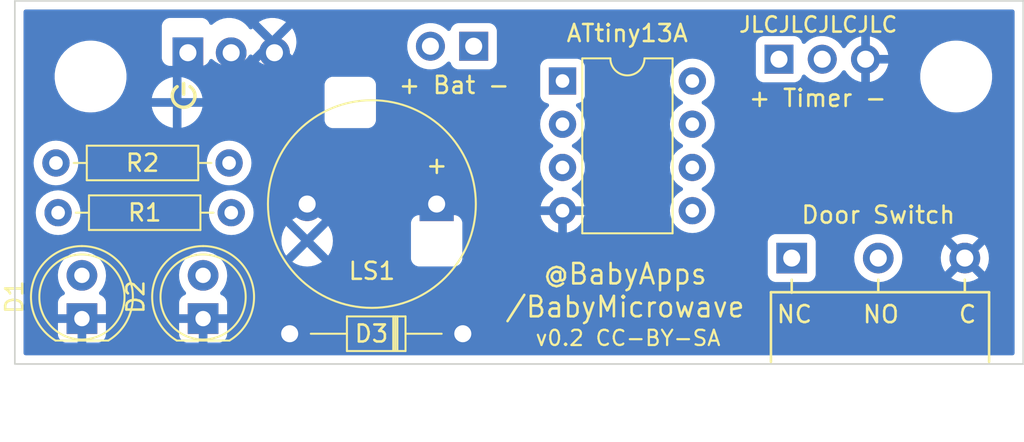
<source format=kicad_pcb>
(kicad_pcb (version 20211014) (generator pcbnew)
  (layers (0 "F.Cu" signal) (31 "B.Cu" signal) (34 "B.Paste" user) (35 "F.Paste" user) (36 "B.SilkS" user "B.Silkscreen") (37 "F.SilkS" user "F.Silkscreen") (38 "B.Mask" user) (39 "F.Mask" user) (44 "Edge.Cuts" user))
  (net 0 "")
  (net 1 "GND")
  (net 2 "Net-(D2-Pad2)")
  (net 3 "Net-(J1-Pad1)")
  (net 4 "Net-(R1-Pad1)")
  (net 6 "Net-(J2-Pad2)")
  (net 7 "Net-(SW2-Pad2)")
  (net 9 "Net-(D1-Pad2)")
  (net 11 "Net-(J1-Pad2)")
  (net 13 "Net-(D3-Pad1)")
  (footprint "MountingHole:MountingHole_3.2mm_M3" (layer "F.Cu") (at 158.496 45.212)
    (fp_text reference "REF**" hide)
    (fp_text value "MountingHole_3.2mm_M3" hide)
    (pad "" np_thru_hole circle (at 0 0) (size 3.2 3.2) (drill 3.2) (layers *.Cu *.Mask))
  )
  (footprint "LED_THT:LED_D5.0mm" (layer "F.Cu") (at 107.188 59.436 90)
    (fp_text reference "D1" (at 1.27 -3.96 90) (layer "F.SilkS"))
    (fp_text value "LED")
    (fp_line (start -1.29 -1.545) (end -1.29 1.545) (layer "F.SilkS") (width 0.12))
    (fp_arc (start -1.29 -1.54483) (mid 2.072002 -2.880433) (end 4.26 0.000462) (layer "F.SilkS") (width 0.12))
    (fp_arc (start 4.26 -0.000462) (mid 2.072002 2.880433) (end -1.29 1.54483) (layer "F.SilkS") (width 0.12))
    (fp_circle (center 1.27 0) (end 3.77 0) (layer "F.SilkS") (width 0.12) (fill none))
    (pad "1" thru_hole rect (at 0 0 90) (size 1.8 1.8) (drill 0.9) (layers *.Cu *.Mask) (net 1 "GND"))
    (pad "2" thru_hole circle (at 2.54 0 90) (size 1.8 1.8) (drill 0.9) (layers *.Cu *.Mask) (net 9 "Net-(D1-Pad2)"))
  )
  (footprint "BabyMicrowave:Micro Limit Switch SPDT Horizontal" (layer "F.Cu") (at 153.924 55.88)
    (fp_text reference "SW2" hide)
    (fp_text value "Door Switch")
    (fp_text user "NC" (at -4.9228 3.3052 unlocked) (layer "F.SilkS"))
    (fp_text user "C" (at 5.2372 3.3084 unlocked) (layer "F.SilkS"))
    (fp_text user "Door Switch" (at 0 -2.5368 180) (layer "F.SilkS"))
    (fp_text user "NO" (at 0.1572 3.3084 unlocked) (layer "F.SilkS"))
    (pad "1" thru_hole rect (at -5.08 0) (size 1.8 1.8) (drill 1) (layers *.Cu *.Mask))
    (pad "2" thru_hole circle (at 0 0) (size 1.8 1.8) (drill 1) (layers *.Cu *.Mask) (net 7 "Net-(SW2-Pad2)"))
    (pad "3" thru_hole circle (at 5.08 0) (size 1.8 1.8) (drill 1) (layers *.Cu *.Mask) (net 1 "GND"))
  )
  (footprint "MountingHole:MountingHole_3.2mm_M3" (layer "F.Cu") (at 107.696 45.212)
    (fp_text reference "REF**" hide)
    (fp_text value "MountingHole_3.2mm_M3" hide)
    (pad "" np_thru_hole circle (at 0 0) (size 3.2 3.2) (drill 3.2) (layers *.Cu *.Mask))
  )
  (footprint "Resistor_THT:R_Axial_DIN0207_L6.3mm_D2.5mm_P10.16mm_Horizontal" (layer "F.Cu") (at 115.951 53.213 180)
    (fp_text reference "R1" (at 5.08 0) (layer "F.SilkS"))
    (fp_text value "R")
    (fp_line (start 8.35 -1.016) (end 1.81 -1.016) (layer "F.SilkS") (width 0.12))
    (fp_line (start 8.35 1.016) (end 8.35 -1.016) (layer "F.SilkS") (width 0.12))
    (fp_line (start 1.81 1.016) (end 8.35 1.016) (layer "F.SilkS") (width 0.12))
    (fp_line (start 1.04 0) (end 1.81 0) (layer "F.SilkS") (width 0.12))
    (fp_line (start 9.12 0) (end 8.35 0) (layer "F.SilkS") (width 0.12))
    (fp_line (start 1.81 -1.016) (end 1.81 1.016) (layer "F.SilkS") (width 0.12))
    (pad "1" thru_hole circle (at 0 0 180) (size 1.6 1.6) (drill 0.8) (layers *.Cu *.Mask) (net 4 "Net-(R1-Pad1)"))
    (pad "2" thru_hole oval (at 10.16 0 180) (size 1.6 1.6) (drill 0.8) (layers *.Cu *.Mask) (net 9 "Net-(D1-Pad2)"))
  )
  (footprint "Connector_PinHeader_2.54mm:PinHeader_1x03_P2.54mm_Vertical" (layer "F.Cu") (at 148.097 44.196 90)
    (fp_text reference "J2")
    (fp_text value "Timer" hide)
    (pad "1" thru_hole rect (at 0 0 90) (size 1.7 1.7) (drill 1) (layers *.Cu *.Mask) (net 3 "Net-(J1-Pad1)"))
    (pad "2" thru_hole oval (at 0 2.54 90) (size 1.7 1.7) (drill 1) (layers *.Cu *.Mask) (net 6 "Net-(J2-Pad2)"))
    (pad "3" thru_hole oval (at 0 5.08 90) (size 1.7 1.7) (drill 1) (layers *.Cu *.Mask) (net 1 "GND"))
  )
  (footprint "Diode_THT:D_T-1_P10.16mm_Horizontal" (layer "F.Cu") (at 129.54 60.325 180)
    (fp_text reference "D3" (at 5.3594 0) (layer "F.SilkS"))
    (fp_text value "D")
    (fp_line (start 3.36 1.016) (end 6.8 1.016) (layer "F.SilkS") (width 0.12))
    (fp_line (start 3.84 -0.9906) (end 3.84 1.016) (layer "F.SilkS") (width 0.12))
    (fp_line (start 4.08 -0.9906) (end 4.08 1.016) (layer "F.SilkS") (width 0.12))
    (fp_line (start 8.92 0) (end 6.8 0) (layer "F.SilkS") (width 0.12))
    (fp_line (start 6.8 -1.016) (end 3.36 -1.016) (layer "F.SilkS") (width 0.12))
    (fp_line (start 1.24 0) (end 3.36 0) (layer "F.SilkS") (width 0.12))
    (fp_line (start 3.9624 -0.9906) (end 3.96 1.016) (layer "F.SilkS") (width 0.12))
    (fp_line (start 6.8 1.016) (end 6.8 -1.016) (layer "F.SilkS") (width 0.12))
    (fp_line (start 3.36 -1.016) (end 3.36 1.016) (layer "F.SilkS") (width 0.12))
    (pad "1" thru_hole rect (at 0 0 180) (size 2 2) (drill 1) (layers *.Cu *.Mask) (net 13 "Net-(D3-Pad1)"))
    (pad "2" thru_hole oval (at 10.16 0 180) (size 2 2) (drill 1) (layers *.Cu *.Mask) (net 1 "GND"))
  )
  (footprint "LED_THT:LED_D5.0mm" (layer "F.Cu") (at 114.3 59.436 90)
    (fp_text reference "D2" (at 1.27 -3.96 90) (layer "F.SilkS"))
    (fp_text value "LED")
    (fp_line (start -1.29 -1.545) (end -1.29 1.545) (layer "F.SilkS") (width 0.12))
    (fp_arc (start -1.29 -1.54483) (mid 2.072002 -2.880433) (end 4.26 0.000462) (layer "F.SilkS") (width 0.12))
    (fp_arc (start 4.26 -0.000462) (mid 2.072002 2.880433) (end -1.29 1.54483) (layer "F.SilkS") (width 0.12))
    (fp_circle (center 1.27 0) (end 3.77 0) (layer "F.SilkS") (width 0.12) (fill none))
    (pad "1" thru_hole rect (at 0 0 90) (size 1.8 1.8) (drill 0.9) (layers *.Cu *.Mask) (net 1 "GND"))
    (pad "2" thru_hole circle (at 2.54 0 90) (size 1.8 1.8) (drill 0.9) (layers *.Cu *.Mask) (net 2 "Net-(D2-Pad2)"))
  )
  (footprint "Buzzer_Beeper:Buzzer_12x9.5RM7.6" (layer "F.Cu") (at 128.006 52.705 180)
    (fp_text reference "LS1" (at 3.8 -3.937) (layer "F.SilkS"))
    (fp_text value "Speaker")
    (fp_text user "+" (at -0.01 2.286) (layer "F.SilkS"))
    (fp_circle (center 3.8 0) (end 9.9 0) (layer "F.SilkS") (width 0.12) (fill none))
    (pad "1" thru_hole rect (at 0 0 180) (size 2 2) (drill 1) (layers *.Cu *.Mask) (net 13 "Net-(D3-Pad1)"))
    (pad "2" thru_hole circle (at 7.6 0 180) (size 2 2) (drill 1) (layers *.Cu *.Mask) (net 1 "GND"))
  )
  (footprint "Connector_PinHeader_2.54mm:PinHeader_1x02_P2.54mm_Vertical" (layer "F.Cu") (at 130.18 43.434 -90)
    (fp_text reference "J1")
    (fp_text value "Power" hide)
    (pad "1" thru_hole rect (at 0 0 270) (size 1.7 1.7) (drill 1) (layers *.Cu *.Mask) (net 3 "Net-(J1-Pad1)"))
    (pad "2" thru_hole oval (at 0 2.54 270) (size 1.7 1.7) (drill 1) (layers *.Cu *.Mask) (net 11 "Net-(J1-Pad2)"))
  )
  (footprint "Resistor_THT:R_Axial_DIN0207_L6.3mm_D2.5mm_P10.16mm_Horizontal" (layer "F.Cu") (at 115.824 50.292 180)
    (fp_text reference "R2" (at 5.08 0) (layer "F.SilkS"))
    (fp_text value "R")
    (fp_line (start 8.35 1.016) (end 8.35 -1.016) (layer "F.SilkS") (width 0.12))
    (fp_line (start 8.35 -1.016) (end 1.81 -1.016) (layer "F.SilkS") (width 0.12))
    (fp_line (start 9.12 0) (end 8.35 0) (layer "F.SilkS") (width 0.12))
    (fp_line (start 1.81 1.016) (end 8.35 1.016) (layer "F.SilkS") (width 0.12))
    (fp_line (start 1.81 -1.016) (end 1.81 1.016) (layer "F.SilkS") (width 0.12))
    (fp_line (start 1.04 0) (end 1.81 0) (layer "F.SilkS") (width 0.12))
    (pad "1" thru_hole circle (at 0 0 180) (size 1.6 1.6) (drill 0.8) (layers *.Cu *.Mask) (net 4 "Net-(R1-Pad1)"))
    (pad "2" thru_hole oval (at 10.16 0 180) (size 1.6 1.6) (drill 0.8) (layers *.Cu *.Mask) (net 2 "Net-(D2-Pad2)"))
  )
  (footprint "BabyMicrowave:Mini Slide Switch SPDT" (layer "F.Cu") (at 115.947 43.815)
    (fp_text reference "SW1" hide)
    (fp_text value "Power Switch" hide)
    (pad "1" thru_hole rect (at -2.54 0) (size 1.8 1.8) (drill 1) (layers *.Cu *.Mask))
    (pad "2" thru_hole circle (at 0 0) (size 1.8 1.8) (drill 1) (layers *.Cu *.Mask) (net 11 "Net-(J1-Pad2)"))
    (pad "3" thru_hole circle (at 2.54 0) (size 1.8 1.8) (drill 1) (layers *.Cu *.Mask) (net 1 "GND"))
  )
  (footprint "Package_DIP:DIP-8_W7.62mm" (layer "F.Cu") (at 135.392 45.476)
    (fp_text reference "U1" hide)
    (fp_text value "ATtiny13A" (at 3.8 -2.804 180) (layer "F.SilkS"))
    (fp_line (start 1.16 8.95) (end 6.46 8.95) (layer "F.SilkS") (width 0.12))
    (fp_line (start 2.81 -1.33) (end 1.16 -1.33) (layer "F.SilkS") (width 0.12))
    (fp_line (start 6.46 -1.33) (end 4.81 -1.33) (layer "F.SilkS") (width 0.12))
    (fp_line (start 1.16 -1.33) (end 1.16 8.95) (layer "F.SilkS") (width 0.12))
    (fp_line (start 6.46 8.95) (end 6.46 -1.33) (layer "F.SilkS") (width 0.12))
    (fp_arc (start 4.81 -1.33) (mid 3.81 -0.33) (end 2.81 -1.33) (layer "F.SilkS") (width 0.12))
    (pad "1" thru_hole rect (at 0 0) (size 1.6 1.6) (drill 0.8) (layers *.Cu *.Mask))
    (pad "2" thru_hole oval (at 0 2.54) (size 1.6 1.6) (drill 0.8) (layers *.Cu *.Mask))
    (pad "3" thru_hole oval (at 0 5.08) (size 1.6 1.6) (drill 0.8) (layers *.Cu *.Mask) (net 13 "Net-(D3-Pad1)"))
    (pad "4" thru_hole oval (at 0 7.62) (size 1.6 1.6) (drill 0.8) (layers *.Cu *.Mask) (net 1 "GND"))
    (pad "5" thru_hole oval (at 7.62 7.62) (size 1.6 1.6) (drill 0.8) (layers *.Cu *.Mask) (net 4 "Net-(R1-Pad1)"))
    (pad "6" thru_hole oval (at 7.62 5.08) (size 1.6 1.6) (drill 0.8) (layers *.Cu *.Mask) (net 7 "Net-(SW2-Pad2)"))
    (pad "7" thru_hole oval (at 7.62 2.54) (size 1.6 1.6) (drill 0.8) (layers *.Cu *.Mask) (net 6 "Net-(J2-Pad2)"))
    (pad "8" thru_hole oval (at 7.62 0) (size 1.6 1.6) (drill 0.8) (layers *.Cu *.Mask) (net 3 "Net-(J1-Pad1)"))
  )
  (gr_line (start 148.844 57.912) (end 148.844 57.15) (layer "F.SilkS") (width 0.15))
  (gr_line (start 159.004 57.785) (end 159.004 57.15) (layer "F.SilkS") (width 0.15))
  (gr_arc (start 113.538 45.808237) (mid 113.157 47.021416) (end 112.776 45.808237) (layer "F.SilkS") (width 0.2))
  (gr_line (start 160.4264 57.8866) (end 160.4264 61.9792) (layer "F.SilkS") (width 0.15))
  (gr_line (start 147.6248 57.8866) (end 160.4264 57.8866) (layer "F.SilkS") (width 0.15))
  (gr_line (start 153.924 57.785) (end 153.924 57.15) (layer "F.SilkS") (width 0.15))
  (gr_line (start 147.6248 61.9792) (end 147.6248 57.8866) (layer "F.SilkS") (width 0.15))
  (gr_line (start 113.157 46.252737) (end 113.157 45.617737) (layer "F.SilkS") (width 0.2))
  (gr_rect (start 103.251 40.767) (end 162.433 62.103) (layer "Edge.Cuts") (width 0.1) (fill none))
  (gr_text "JLCJLCJLCJLC" (at 145.669 42.164) (layer "F.SilkS") (effects (font (size 0.9 0.9)) (justify left)))
  (gr_text "v0.2 CC-BY-SA" (at 133.731 60.579) (layer "F.SilkS") (effects (font (size 0.9 0.9) (thickness 0.13)) (justify left)))
  (gr_text "+ Timer -" (at 150.368 46.482) (layer "F.SilkS") (effects (font (size 1 1))))
  (gr_text "@BabyApps\n/BabyMicrowave" (at 139.065 57.785) (layer "F.SilkS") (effects (font (size 1.2 1.15))))
  (gr_text "+ Bat -" (at 129.032 45.72) (layer "F.SilkS") (effects (font (size 1 1))))
  (zone (net 1) (net_name "GND") (layer "B.Cu") (connect_pads (clearance 0.508)) (min_thickness 0.254) (fill yes (thermal_gap 0.508) (thermal_bridge_width 0.508))
    (polygon (pts (xy 162.433 62.103) (xy 103.251 62.103) (xy 103.251 40.767) (xy 162.433 40.767)))
  )
)
</source>
